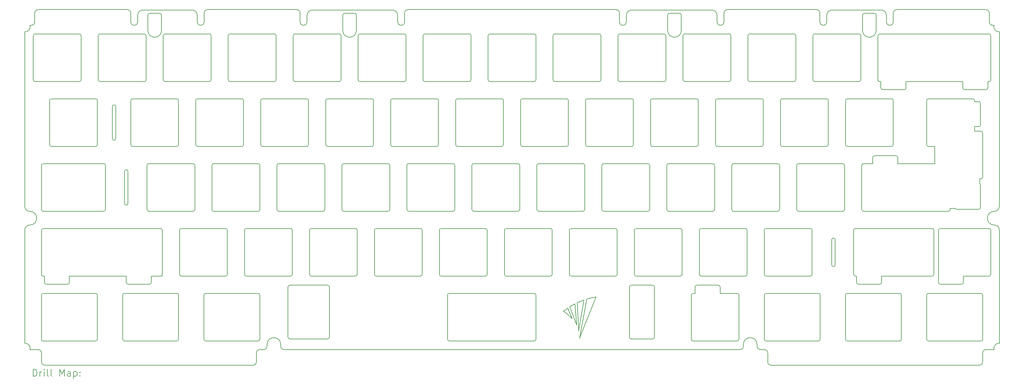
<source format=gbr>
%TF.GenerationSoftware,KiCad,Pcbnew,(6.0.9)*%
%TF.CreationDate,2023-01-27T09:49:58+02:00*%
%TF.ProjectId,arc60_plate_gerbers,61726336-305f-4706-9c61-74655f676572,rev?*%
%TF.SameCoordinates,Original*%
%TF.FileFunction,Drillmap*%
%TF.FilePolarity,Positive*%
%FSLAX45Y45*%
G04 Gerber Fmt 4.5, Leading zero omitted, Abs format (unit mm)*
G04 Created by KiCad (PCBNEW (6.0.9)) date 2023-01-27 09:49:58*
%MOMM*%
%LPD*%
G01*
G04 APERTURE LIST*
%ADD10C,0.200000*%
G04 APERTURE END LIST*
D10*
X1626576Y-2093122D02*
X2926576Y-2093122D01*
X1626576Y-2093122D02*
G75*
G03*
X1576576Y-2143122I0J-50000D01*
G01*
X1576576Y-3443122D02*
X1576576Y-2143122D01*
X1576576Y-3443122D02*
G75*
G03*
X1626576Y-3493122I50000J0D01*
G01*
X2926576Y-3493122D02*
X1626576Y-3493122D01*
X2926576Y-3493122D02*
G75*
G03*
X2976576Y-3443122I0J50000D01*
G01*
X2976576Y-2143122D02*
X2976576Y-3443122D01*
X2976576Y-2143122D02*
G75*
G03*
X2926576Y-2093122I-50000J0D01*
G01*
X10199046Y-3998122D02*
X11499046Y-3998122D01*
X10199046Y-3998122D02*
G75*
G03*
X10149046Y-4048122I0J-50000D01*
G01*
X10149046Y-5348122D02*
X10149046Y-4048122D01*
X10149046Y-5348122D02*
G75*
G03*
X10199046Y-5398122I50000J0D01*
G01*
X11499046Y-5398122D02*
X10199046Y-5398122D01*
X11499046Y-5398122D02*
G75*
G03*
X11549046Y-5348122I0J50000D01*
G01*
X11549046Y-4048122D02*
X11549046Y-5348122D01*
X11549046Y-4048122D02*
G75*
G03*
X11499046Y-3998122I-50000J0D01*
G01*
X26923361Y-5723072D02*
X26923361Y-5903135D01*
X26923356Y-5723072D02*
G75*
G03*
X26870861Y-5670572I-52500J0D01*
G01*
X26240861Y-5670572D02*
X26870861Y-5670572D01*
X26240861Y-5670567D02*
G75*
G03*
X26188361Y-5723072I5J-52505D01*
G01*
X26188361Y-5903145D02*
X26188361Y-5723072D01*
X25917778Y-5902995D02*
X26188361Y-5903145D01*
X25915338Y-5903062D02*
X25917778Y-5902995D01*
X25912903Y-5903200D02*
X25915338Y-5903062D01*
X25911689Y-5903301D02*
X25912903Y-5903200D01*
X25910476Y-5903425D02*
X25911689Y-5903301D01*
X25909274Y-5903573D02*
X25910476Y-5903425D01*
X25908076Y-5903747D02*
X25909274Y-5903573D01*
X25906881Y-5903946D02*
X25908076Y-5903747D01*
X25905690Y-5904170D02*
X25906881Y-5903946D01*
X25904504Y-5904420D02*
X25905690Y-5904170D01*
X25903324Y-5904696D02*
X25904504Y-5904420D01*
X25902151Y-5904998D02*
X25903324Y-5904696D01*
X25900984Y-5905326D02*
X25902151Y-5904998D01*
X25899826Y-5905680D02*
X25900984Y-5905326D01*
X25898676Y-5906060D02*
X25899826Y-5905680D01*
X25897536Y-5906467D02*
X25898676Y-5906060D01*
X25896406Y-5906900D02*
X25897536Y-5906467D01*
X25895287Y-5907359D02*
X25896406Y-5906900D01*
X25894179Y-5907846D02*
X25895287Y-5907359D01*
X25893084Y-5908359D02*
X25894179Y-5907846D01*
X25892002Y-5908899D02*
X25893084Y-5908359D01*
X25890939Y-5909464D02*
X25892002Y-5908899D01*
X25889891Y-5910054D02*
X25890939Y-5909464D01*
X25888857Y-5910671D02*
X25889891Y-5910054D01*
X25887838Y-5911314D02*
X25888857Y-5910671D01*
X25886836Y-5911982D02*
X25887838Y-5911314D01*
X25885850Y-5912675D02*
X25886836Y-5911982D01*
X25884882Y-5913392D02*
X25885850Y-5912675D01*
X25883931Y-5914134D02*
X25884882Y-5913392D01*
X25882999Y-5914899D02*
X25883931Y-5914134D01*
X25882086Y-5915688D02*
X25882999Y-5914899D01*
X25881192Y-5916500D02*
X25882086Y-5915688D01*
X25880319Y-5917335D02*
X25881192Y-5916500D01*
X25879466Y-5918192D02*
X25880319Y-5917335D01*
X25878635Y-5919071D02*
X25879466Y-5918192D01*
X25877825Y-5919971D02*
X25878635Y-5919071D01*
X25877038Y-5920893D02*
X25877825Y-5919971D01*
X25876346Y-5921746D02*
X25877038Y-5920893D01*
X25875672Y-5922615D02*
X25876346Y-5921746D01*
X25875018Y-5923500D02*
X25875672Y-5922615D01*
X25874383Y-5924400D02*
X25875018Y-5923500D01*
X25873768Y-5925314D02*
X25874383Y-5924400D01*
X25873172Y-5926243D02*
X25873768Y-5925314D01*
X25872597Y-5927184D02*
X25873172Y-5926243D01*
X25872042Y-5928139D02*
X25872597Y-5927184D01*
X25871508Y-5929105D02*
X25872042Y-5928139D01*
X25870994Y-5930082D02*
X25871508Y-5929105D01*
X25870501Y-5931070D02*
X25870994Y-5930082D01*
X25870029Y-5932069D02*
X25870501Y-5931070D01*
X25869578Y-5933076D02*
X25870029Y-5932069D01*
X25869149Y-5934092D02*
X25869578Y-5933076D01*
X25868741Y-5935117D02*
X25869149Y-5934092D01*
X25868355Y-5936149D02*
X25868741Y-5935117D01*
X25867991Y-5937187D02*
X25868355Y-5936149D01*
X25867649Y-5938232D02*
X25867991Y-5937187D01*
X25867329Y-5939282D02*
X25867649Y-5938232D01*
X25867032Y-5940338D02*
X25867329Y-5939282D01*
X25866758Y-5941397D02*
X25867032Y-5940338D01*
X25866506Y-5942460D02*
X25866758Y-5941397D01*
X25866278Y-5943526D02*
X25866506Y-5942460D01*
X25866072Y-5944595D02*
X25866278Y-5943526D01*
X25865891Y-5945665D02*
X25866072Y-5944595D01*
X25865733Y-5946736D02*
X25865891Y-5945665D01*
X25865598Y-5947807D02*
X25865733Y-5946736D01*
X25865488Y-5948879D02*
X25865598Y-5947807D01*
X25865402Y-5949949D02*
X25865488Y-5948879D01*
X25865340Y-5951018D02*
X25865402Y-5949949D01*
X25865303Y-5952085D02*
X25865340Y-5951018D01*
X25865290Y-5953149D02*
X25865303Y-5952085D01*
X25865290Y-7253149D02*
X25865290Y-5953149D01*
X25865289Y-7253149D02*
G75*
G03*
X25915290Y-7303149I49997J-3D01*
G01*
X28405811Y-7303122D02*
X25915290Y-7303149D01*
X28405811Y-7303127D02*
G75*
G03*
X28455811Y-7253122I-5J50005D01*
G01*
X28455811Y-7218099D02*
X28455811Y-7253122D01*
X28594661Y-7218099D02*
X28455811Y-7218099D01*
X28594664Y-7218096D02*
G75*
G03*
X28640811Y-7245572I46152J25025D01*
G01*
X29295915Y-7245572D02*
X28640811Y-7245572D01*
X29295915Y-7245571D02*
G75*
G03*
X29345915Y-7195572I1J49999D01*
G01*
X29345915Y-6535599D02*
X29345915Y-7195572D01*
X29345918Y-6535599D02*
G75*
G03*
X29323311Y-6492442I-52502J-3D01*
G01*
X29323311Y-6350599D02*
X29323311Y-6492442D01*
X29358415Y-6350599D02*
X29323311Y-6350599D01*
X29358415Y-6350601D02*
G75*
G03*
X29408415Y-6300599I1J49999D01*
G01*
X29408415Y-5000699D02*
X29408415Y-6300599D01*
X29408419Y-5000699D02*
G75*
G03*
X29358415Y-4950699I-50003J-3D01*
G01*
X29170261Y-4950699D02*
X29358415Y-4950699D01*
X29170261Y-4818199D02*
X29170261Y-4950699D01*
X29293415Y-4818199D02*
X29170261Y-4818199D01*
X29293415Y-4818201D02*
G75*
G03*
X29345915Y-4765699I1J52499D01*
G01*
X29345915Y-4135699D02*
X29345915Y-4765699D01*
X29345919Y-4135699D02*
G75*
G03*
X29293415Y-4083199I-52503J-3D01*
G01*
X29170261Y-4083199D02*
X29293415Y-4083199D01*
X29170261Y-4048122D02*
X29170261Y-4083199D01*
X29170256Y-4048122D02*
G75*
G03*
X29120261Y-3998122I-50000J0D01*
G01*
X27820261Y-3998122D02*
X29120261Y-3998122D01*
X27820261Y-3998117D02*
G75*
G03*
X27770261Y-4048122I5J-50005D01*
G01*
X27770261Y-5348122D02*
X27770261Y-4048122D01*
X27770266Y-5348122D02*
G75*
G03*
X27820261Y-5398122I50000J0D01*
G01*
X28008485Y-5398122D02*
X27820261Y-5398122D01*
X28008485Y-5903123D02*
X28008485Y-5398122D01*
X26923361Y-5903135D02*
X28008485Y-5903123D01*
X14961576Y-2093122D02*
X16261576Y-2093122D01*
X14961576Y-2093122D02*
G75*
G03*
X14911576Y-2143122I0J-50000D01*
G01*
X14911576Y-3443122D02*
X14911576Y-2143122D01*
X14911576Y-3443122D02*
G75*
G03*
X14961576Y-3493122I50000J0D01*
G01*
X16261576Y-3493122D02*
X14961576Y-3493122D01*
X16261576Y-3493122D02*
G75*
G03*
X16311576Y-3443122I0J50000D01*
G01*
X16311576Y-2143122D02*
X16311576Y-3443122D01*
X16311576Y-2143122D02*
G75*
G03*
X16261576Y-2093122I-50000J0D01*
G01*
X23534046Y-3998122D02*
X24834046Y-3998122D01*
X23534046Y-3998122D02*
G75*
G03*
X23484046Y-4048122I0J-50000D01*
G01*
X23484046Y-5348122D02*
X23484046Y-4048122D01*
X23484046Y-5348122D02*
G75*
G03*
X23534046Y-5398122I50000J0D01*
G01*
X24834046Y-5398122D02*
X23534046Y-5398122D01*
X24834046Y-5398122D02*
G75*
G03*
X24884046Y-5348122I0J50000D01*
G01*
X24884046Y-4048122D02*
X24884046Y-5348122D01*
X24884046Y-4048122D02*
G75*
G03*
X24834046Y-3998122I-50000J0D01*
G01*
X15914046Y-3998122D02*
X17214046Y-3998122D01*
X15914046Y-3998122D02*
G75*
G03*
X15864046Y-4048122I0J-50000D01*
G01*
X15864046Y-5348122D02*
X15864046Y-4048122D01*
X15864046Y-5348122D02*
G75*
G03*
X15914046Y-5398122I50000J0D01*
G01*
X17214046Y-5398122D02*
X15914046Y-5398122D01*
X17214046Y-5398122D02*
G75*
G03*
X17264046Y-5348122I0J50000D01*
G01*
X17264046Y-4048122D02*
X17264046Y-5348122D01*
X17264046Y-4048122D02*
G75*
G03*
X17214046Y-3998122I-50000J0D01*
G01*
X4982151Y-9445572D02*
X4352151Y-9445572D01*
X4982151Y-9445577D02*
G75*
G03*
X5034651Y-9393072I-5J52505D01*
G01*
X5034651Y-9208085D02*
X5034651Y-9393072D01*
X5305365Y-9208230D02*
X5034651Y-9208085D01*
X5307786Y-9208163D02*
X5305365Y-9208230D01*
X5310201Y-9208026D02*
X5307786Y-9208163D01*
X5311407Y-9207926D02*
X5310201Y-9208026D01*
X5312610Y-9207802D02*
X5311407Y-9207926D01*
X5313816Y-9207653D02*
X5312610Y-9207802D01*
X5315020Y-9207478D02*
X5313816Y-9207653D01*
X5316220Y-9207278D02*
X5315020Y-9207478D01*
X5317416Y-9207052D02*
X5316220Y-9207278D01*
X5318607Y-9206799D02*
X5317416Y-9207052D01*
X5319792Y-9206521D02*
X5318607Y-9206799D01*
X5320970Y-9206216D02*
X5319792Y-9206521D01*
X5322141Y-9205885D02*
X5320970Y-9206216D01*
X5323304Y-9205528D02*
X5322141Y-9205885D01*
X5324458Y-9205144D02*
X5323304Y-9205528D01*
X5325603Y-9204733D02*
X5324458Y-9205144D01*
X5326737Y-9204296D02*
X5325603Y-9204733D01*
X5327860Y-9203832D02*
X5326737Y-9204296D01*
X5328972Y-9203341D02*
X5327860Y-9203832D01*
X5330071Y-9202823D02*
X5328972Y-9203341D01*
X5331156Y-9202278D02*
X5330071Y-9202823D01*
X5332219Y-9201711D02*
X5331156Y-9202278D01*
X5333268Y-9201117D02*
X5332219Y-9201711D01*
X5334301Y-9200497D02*
X5333268Y-9201117D01*
X5335319Y-9199852D02*
X5334301Y-9200497D01*
X5336321Y-9199181D02*
X5335319Y-9199852D01*
X5337306Y-9198485D02*
X5336321Y-9199181D01*
X5338274Y-9197765D02*
X5337306Y-9198485D01*
X5339224Y-9197021D02*
X5338274Y-9197765D01*
X5340155Y-9196252D02*
X5339224Y-9197021D01*
X5341068Y-9195461D02*
X5340155Y-9196252D01*
X5341960Y-9194646D02*
X5341068Y-9195461D01*
X5342833Y-9193808D02*
X5341960Y-9194646D01*
X5343684Y-9192949D02*
X5342833Y-9193808D01*
X5344514Y-9192067D02*
X5343684Y-9192949D01*
X5345323Y-9191164D02*
X5344514Y-9192067D01*
X5346108Y-9190239D02*
X5345323Y-9191164D01*
X5346796Y-9189388D02*
X5346108Y-9190239D01*
X5347466Y-9188520D02*
X5346796Y-9189388D01*
X5348116Y-9187637D02*
X5347466Y-9188520D01*
X5348746Y-9186738D02*
X5348116Y-9187637D01*
X5349357Y-9185826D02*
X5348746Y-9186738D01*
X5349948Y-9184899D02*
X5349357Y-9185826D01*
X5350520Y-9183960D02*
X5349948Y-9184899D01*
X5351071Y-9183007D02*
X5350520Y-9183960D01*
X5351602Y-9182044D02*
X5351071Y-9183007D01*
X5352112Y-9181068D02*
X5351602Y-9182044D01*
X5352602Y-9180083D02*
X5352112Y-9181068D01*
X5353070Y-9179087D02*
X5352602Y-9180083D01*
X5353518Y-9178082D02*
X5353070Y-9179087D01*
X5353944Y-9177069D02*
X5353518Y-9178082D01*
X5354349Y-9176047D02*
X5353944Y-9177069D01*
X5354733Y-9175019D02*
X5354349Y-9176047D01*
X5355094Y-9173983D02*
X5354733Y-9175019D01*
X5355434Y-9172941D02*
X5355094Y-9173983D01*
X5355751Y-9171894D02*
X5355434Y-9172941D01*
X5356046Y-9170843D02*
X5355751Y-9171894D01*
X5356319Y-9169787D02*
X5356046Y-9170843D01*
X5356568Y-9168727D02*
X5356319Y-9169787D01*
X5356795Y-9167665D02*
X5356568Y-9168727D01*
X5356999Y-9166600D02*
X5356795Y-9167665D01*
X5357179Y-9165534D02*
X5356999Y-9166600D01*
X5357336Y-9164466D02*
X5357179Y-9165534D01*
X5357470Y-9163399D02*
X5357336Y-9164466D01*
X5357579Y-9162332D02*
X5357470Y-9163399D01*
X5357665Y-9161265D02*
X5357579Y-9162332D01*
X5357726Y-9160201D02*
X5357665Y-9161265D01*
X5357763Y-9159138D02*
X5357726Y-9160201D01*
X5357775Y-9158079D02*
X5357763Y-9159138D01*
X5357775Y-7858079D02*
X5357775Y-9158079D01*
X5357779Y-7858079D02*
G75*
G03*
X5307775Y-7808079I-50003J-3D01*
G01*
X1864650Y-7808079D02*
X5307775Y-7808079D01*
X1864650Y-7808079D02*
G75*
G03*
X1814650Y-7858079I0J-50000D01*
G01*
X1814650Y-9158079D02*
X1814650Y-7858079D01*
X1814650Y-9158079D02*
G75*
G03*
X1864650Y-9208079I50000J0D01*
G01*
X1899701Y-9208080D02*
X1864650Y-9208079D01*
X1899701Y-9393072D02*
X1899701Y-9208080D01*
X1899701Y-9393072D02*
G75*
G03*
X1952201Y-9445572I52500J0D01*
G01*
X2582201Y-9445572D02*
X1952201Y-9445572D01*
X2582201Y-9445577D02*
G75*
G03*
X2634701Y-9393072I-5J52505D01*
G01*
X2634701Y-9208094D02*
X2634701Y-9393072D01*
X4299651Y-9208096D02*
X2634701Y-9208094D01*
X4299651Y-9393072D02*
X4299651Y-9208096D01*
X4299656Y-9393072D02*
G75*
G03*
X4352151Y-9445572I52500J0D01*
G01*
X28794611Y-9445572D02*
X28164611Y-9445572D01*
X28794611Y-9445577D02*
G75*
G03*
X28847111Y-9393072I-5J52505D01*
G01*
X28847111Y-9208122D02*
X28847111Y-9393072D01*
X29596546Y-9208122D02*
X28847111Y-9208122D01*
X29596546Y-9208122D02*
G75*
G03*
X29646546Y-9158122I0J50000D01*
G01*
X29646546Y-7858122D02*
X29646546Y-9158122D01*
X29646546Y-7858122D02*
G75*
G03*
X29596546Y-7808122I-50000J0D01*
G01*
X28162111Y-7808122D02*
X29596546Y-7808122D01*
X28162111Y-7808117D02*
G75*
G03*
X28112111Y-7858122I5J-50005D01*
G01*
X28112111Y-9393072D02*
X28112111Y-7858122D01*
X28112116Y-9393072D02*
G75*
G03*
X28164611Y-9445572I52500J0D01*
G01*
X3893425Y-5168082D02*
X3893425Y-4228162D01*
X3893425Y-5168082D02*
G75*
G03*
X3993425Y-5168082I50000J0D01*
G01*
X3993425Y-4228162D02*
X3993425Y-5168082D01*
X3993425Y-4228162D02*
G75*
G03*
X3893425Y-4228162I-50000J0D01*
G01*
X11627796Y-7808122D02*
X12927796Y-7808122D01*
X11627796Y-7808122D02*
G75*
G03*
X11577796Y-7858122I0J-50000D01*
G01*
X11577796Y-9158122D02*
X11577796Y-7858122D01*
X11577796Y-9158122D02*
G75*
G03*
X11627796Y-9208122I50000J0D01*
G01*
X12927796Y-9208122D02*
X11627796Y-9208122D01*
X12927796Y-9208122D02*
G75*
G03*
X12977796Y-9158122I0J50000D01*
G01*
X12977796Y-7858122D02*
X12977796Y-9158122D01*
X12977796Y-7858122D02*
G75*
G03*
X12927796Y-7808122I-50000J0D01*
G01*
X4484046Y-3998122D02*
X5784046Y-3998122D01*
X4484046Y-3998122D02*
G75*
G03*
X4434046Y-4048122I0J-50000D01*
G01*
X4434046Y-5348122D02*
X4434046Y-4048122D01*
X4434046Y-5348122D02*
G75*
G03*
X4484046Y-5398122I50000J0D01*
G01*
X5784046Y-5398122D02*
X4484046Y-5398122D01*
X5784046Y-5398122D02*
G75*
G03*
X5834046Y-5348122I0J50000D01*
G01*
X5834046Y-4048122D02*
X5834046Y-5348122D01*
X5834046Y-4048122D02*
G75*
G03*
X5784046Y-3998122I-50000J0D01*
G01*
X19247796Y-7808122D02*
X20547796Y-7808122D01*
X19247796Y-7808122D02*
G75*
G03*
X19197796Y-7858122I0J-50000D01*
G01*
X19197796Y-9158122D02*
X19197796Y-7858122D01*
X19197796Y-9158122D02*
G75*
G03*
X19247796Y-9208122I50000J0D01*
G01*
X20547796Y-9208122D02*
X19247796Y-9208122D01*
X20547796Y-9208122D02*
G75*
G03*
X20597796Y-9158122I0J50000D01*
G01*
X20597796Y-7858122D02*
X20597796Y-9158122D01*
X20597796Y-7858122D02*
G75*
G03*
X20547796Y-7808122I-50000J0D01*
G01*
X17342796Y-7808122D02*
X18642796Y-7808122D01*
X17342796Y-7808122D02*
G75*
G03*
X17292796Y-7858122I0J-50000D01*
G01*
X17292796Y-9158122D02*
X17292796Y-7858122D01*
X17292796Y-9158122D02*
G75*
G03*
X17342796Y-9208122I50000J0D01*
G01*
X18642796Y-9208122D02*
X17342796Y-9208122D01*
X18642796Y-9208122D02*
G75*
G03*
X18692796Y-9158122I0J50000D01*
G01*
X18692796Y-7858122D02*
X18692796Y-9158122D01*
X18692796Y-7858122D02*
G75*
G03*
X18642796Y-7808122I-50000J0D01*
G01*
X3531576Y-2093122D02*
X4831576Y-2093122D01*
X3531576Y-2093122D02*
G75*
G03*
X3481576Y-2143122I0J-50000D01*
G01*
X3481576Y-3443122D02*
X3481576Y-2143122D01*
X3481576Y-3443122D02*
G75*
G03*
X3531576Y-3493122I50000J0D01*
G01*
X4831576Y-3493122D02*
X3531576Y-3493122D01*
X4831576Y-3493122D02*
G75*
G03*
X4881576Y-3443122I0J50000D01*
G01*
X4881576Y-2143122D02*
X4881576Y-3443122D01*
X4881576Y-2143122D02*
G75*
G03*
X4831576Y-2093122I-50000J0D01*
G01*
X18771576Y-2093122D02*
X20071576Y-2093122D01*
X18771576Y-2093122D02*
G75*
G03*
X18721576Y-2143122I0J-50000D01*
G01*
X18721576Y-3443122D02*
X18721576Y-2143122D01*
X18721576Y-3443122D02*
G75*
G03*
X18771576Y-3493122I50000J0D01*
G01*
X20071576Y-3493122D02*
X18771576Y-3493122D01*
X20071576Y-3493122D02*
G75*
G03*
X20121576Y-3443122I0J50000D01*
G01*
X20121576Y-2143122D02*
X20121576Y-3443122D01*
X20121576Y-2143122D02*
G75*
G03*
X20071576Y-2093122I-50000J0D01*
G01*
X3690896Y-5953122D02*
G75*
G03*
X3640901Y-5903122I-50000J0D01*
G01*
X1864702Y-5903122D02*
X3640901Y-5903122D01*
X1864702Y-5903122D02*
G75*
G03*
X1814702Y-5953122I0J-50000D01*
G01*
X1814702Y-7253122D02*
X1814702Y-5953122D01*
X1814702Y-7253122D02*
G75*
G03*
X1864702Y-7303122I50000J0D01*
G01*
X3640901Y-7303122D02*
X1864702Y-7303122D01*
X3640901Y-7303127D02*
G75*
G03*
X3690901Y-7253122I-5J50005D01*
G01*
X3690901Y-5953122D02*
X3690901Y-7253122D01*
X26341626Y-3445351D02*
X26341589Y-3444231D01*
X26341689Y-3446478D02*
X26341626Y-3445351D01*
X26341779Y-3447614D02*
X26341689Y-3446478D01*
X26341895Y-3448757D02*
X26341779Y-3447614D01*
X26342039Y-3449906D02*
X26341895Y-3448757D01*
X26342211Y-3451061D02*
X26342039Y-3449906D01*
X26342411Y-3452220D02*
X26342211Y-3451061D01*
X26342640Y-3453382D02*
X26342411Y-3452220D01*
X26342899Y-3454547D02*
X26342640Y-3453382D01*
X26343188Y-3455713D02*
X26342899Y-3454547D01*
X26343506Y-3456879D02*
X26343188Y-3455713D01*
X26343855Y-3458045D02*
X26343506Y-3456879D01*
X26344235Y-3459209D02*
X26343855Y-3458045D01*
X26344646Y-3460370D02*
X26344235Y-3459209D01*
X26345087Y-3461526D02*
X26344646Y-3460370D01*
X26345559Y-3462677D02*
X26345087Y-3461526D01*
X26346063Y-3463822D02*
X26345559Y-3462677D01*
X26346597Y-3464959D02*
X26346063Y-3463822D01*
X26347162Y-3466086D02*
X26346597Y-3464959D01*
X26347758Y-3467204D02*
X26347162Y-3466086D01*
X26348384Y-3468310D02*
X26347758Y-3467204D01*
X26349041Y-3469403D02*
X26348384Y-3468310D01*
X26349727Y-3470482D02*
X26349041Y-3469403D01*
X26350442Y-3471546D02*
X26349727Y-3470482D01*
X26351186Y-3472594D02*
X26350442Y-3471546D01*
X26351959Y-3473625D02*
X26351186Y-3472594D01*
X26352759Y-3474636D02*
X26351959Y-3473625D01*
X26353586Y-3475629D02*
X26352759Y-3474636D01*
X26354439Y-3476600D02*
X26353586Y-3475629D01*
X26355318Y-3477550D02*
X26354439Y-3476600D01*
X26356221Y-3478477D02*
X26355318Y-3477550D01*
X26357148Y-3479380D02*
X26356221Y-3478477D01*
X26358098Y-3480259D02*
X26357148Y-3479380D01*
X26359069Y-3481112D02*
X26358098Y-3480259D01*
X26360061Y-3481939D02*
X26359069Y-3481112D01*
X26361073Y-3482739D02*
X26360061Y-3481939D01*
X26362104Y-3483512D02*
X26361073Y-3482739D01*
X26363152Y-3484256D02*
X26362104Y-3483512D01*
X26364216Y-3484971D02*
X26363152Y-3484256D01*
X26365295Y-3485657D02*
X26364216Y-3484971D01*
X26366388Y-3486314D02*
X26365295Y-3485657D01*
X26367494Y-3486940D02*
X26366388Y-3486314D01*
X26368612Y-3487536D02*
X26367494Y-3486940D01*
X26369739Y-3488101D02*
X26368612Y-3487536D01*
X26370876Y-3488635D02*
X26369739Y-3488101D01*
X26372020Y-3489139D02*
X26370876Y-3488635D01*
X26373172Y-3489611D02*
X26372020Y-3489139D01*
X26374328Y-3490052D02*
X26373172Y-3489611D01*
X26375489Y-3490463D02*
X26374328Y-3490052D01*
X26376653Y-3490842D02*
X26375489Y-3490463D01*
X26377818Y-3491191D02*
X26376653Y-3490842D01*
X26378985Y-3491510D02*
X26377818Y-3491191D01*
X26380151Y-3491799D02*
X26378985Y-3491510D01*
X26381316Y-3492057D02*
X26380151Y-3491799D01*
X26382478Y-3492287D02*
X26381316Y-3492057D01*
X26383637Y-3492487D02*
X26382478Y-3492287D01*
X26384792Y-3492659D02*
X26383637Y-3492487D01*
X26385941Y-3492803D02*
X26384792Y-3492659D01*
X26387084Y-3492919D02*
X26385941Y-3492803D01*
X26388219Y-3493009D02*
X26387084Y-3492919D01*
X26389347Y-3493072D02*
X26388219Y-3493009D01*
X26390467Y-3493109D02*
X26389347Y-3493072D01*
X26426611Y-3493122D02*
X26390467Y-3493109D01*
X26426611Y-3678122D02*
X26426611Y-3493122D01*
X26426616Y-3678122D02*
G75*
G03*
X26479111Y-3730622I52500J0D01*
G01*
X27109111Y-3730622D02*
X26479111Y-3730622D01*
X27109111Y-3730627D02*
G75*
G03*
X27161611Y-3678122I-5J52505D01*
G01*
X27161611Y-3493122D02*
X27161611Y-3678122D01*
X28826511Y-3493122D02*
X27161611Y-3493122D01*
X28826511Y-3678122D02*
X28826511Y-3493122D01*
X28826516Y-3678122D02*
G75*
G03*
X28879011Y-3730622I52500J0D01*
G01*
X29509011Y-3730622D02*
X28879011Y-3730622D01*
X29509011Y-3730627D02*
G75*
G03*
X29561511Y-3678122I-5J52505D01*
G01*
X29561511Y-3493122D02*
X29561511Y-3678122D01*
X29596576Y-3493122D02*
X29561511Y-3493122D01*
X29596576Y-3493122D02*
G75*
G03*
X29646576Y-3443122I0J50000D01*
G01*
X29646576Y-2143122D02*
X29646576Y-3443122D01*
X29646576Y-2143122D02*
G75*
G03*
X29596576Y-2093122I-50000J0D01*
G01*
X26391599Y-2093115D02*
X29596576Y-2093122D01*
X26391599Y-2093114D02*
G75*
G03*
X26341599Y-2143115I-2J-49998D01*
G01*
X26341589Y-3444231D02*
X26341599Y-2143115D01*
X25439111Y-9713122D02*
X26977190Y-9713122D01*
X25439111Y-9713117D02*
G75*
G03*
X25389111Y-9763122I5J-50005D01*
G01*
X25389111Y-11063122D02*
X25389111Y-9763122D01*
X25389116Y-11063122D02*
G75*
G03*
X25439111Y-11113122I50000J0D01*
G01*
X26977190Y-11113122D02*
X25439111Y-11113122D01*
X26977190Y-11113126D02*
G75*
G03*
X27027190Y-11063122I-4J50004D01*
G01*
X27027190Y-9763122D02*
X27027190Y-11063122D01*
X27027186Y-9763122D02*
G75*
G03*
X26977190Y-9713122I-50000J0D01*
G01*
X20676576Y-2093122D02*
X21976576Y-2093122D01*
X20676576Y-2093122D02*
G75*
G03*
X20626576Y-2143122I0J-50000D01*
G01*
X20626576Y-3443122D02*
X20626576Y-2143122D01*
X20626576Y-3443122D02*
G75*
G03*
X20676576Y-3493122I50000J0D01*
G01*
X21976576Y-3493122D02*
X20676576Y-3493122D01*
X21976576Y-3493122D02*
G75*
G03*
X22026576Y-3443122I0J50000D01*
G01*
X22026576Y-2143122D02*
X22026576Y-3443122D01*
X22026576Y-2143122D02*
G75*
G03*
X21976576Y-2093122I-50000J0D01*
G01*
X11049102Y-1540622D02*
X11049102Y-1990622D01*
X11049106Y-1540622D02*
G75*
G03*
X10999102Y-1490622I-50000J0D01*
G01*
X10699102Y-1490622D02*
X10999102Y-1490622D01*
X10699102Y-1490618D02*
G75*
G03*
X10649102Y-1540622I4J-50004D01*
G01*
X10649102Y-1990622D02*
X10649102Y-1540622D01*
X10649102Y-1990622D02*
G75*
G03*
X11049102Y-1990622I200000J0D01*
G01*
X29899061Y-11179710D02*
G75*
G03*
X29740109Y-11365607I-13465J-149392D01*
G01*
X29508390Y-11365607D02*
X29740109Y-11365607D01*
X29508390Y-11365616D02*
G75*
G03*
X29408390Y-11465607I-4J-99996D01*
G01*
X29408390Y-11725622D02*
X29408390Y-11465607D01*
X29308390Y-11825626D02*
G75*
G03*
X29408390Y-11725622I-4J100004D01*
G01*
X23207873Y-11825622D02*
X29308390Y-11825622D01*
X23107906Y-11725622D02*
G75*
G03*
X23207873Y-11825622I100000J0D01*
G01*
X23107914Y-11465622D02*
X23107914Y-11725622D01*
X23107916Y-11465622D02*
G75*
G03*
X23007914Y-11365622I-100000J0D01*
G01*
X22894586Y-11365622D02*
X23007914Y-11365622D01*
X22794586Y-11265622D02*
G75*
G03*
X22894586Y-11365622I100000J0D01*
G01*
X22794586Y-11215622D02*
X22794586Y-11265622D01*
X22794586Y-11215622D02*
G75*
G03*
X22394586Y-11215622I-200000J0D01*
G01*
X22394586Y-11265622D02*
X22394586Y-11215622D01*
X22294586Y-11365621D02*
G75*
G03*
X22394586Y-11265622I1J99999D01*
G01*
X8928619Y-11365622D02*
X22294586Y-11365622D01*
X8828616Y-11265622D02*
G75*
G03*
X8928619Y-11365622I100000J0D01*
G01*
X8828619Y-11215622D02*
X8828619Y-11265622D01*
X8828619Y-11215622D02*
G75*
G03*
X8428619Y-11215622I-200000J0D01*
G01*
X8428619Y-11265622D02*
X8428619Y-11215622D01*
X8328619Y-11365624D02*
G75*
G03*
X8428619Y-11265622I-3J100003D01*
G01*
X8215290Y-11365622D02*
X8328619Y-11365622D01*
X8215290Y-11365626D02*
G75*
G03*
X8115290Y-11465622I-4J-99996D01*
G01*
X8115290Y-11725622D02*
X8115290Y-11465622D01*
X8015298Y-11825616D02*
G75*
G03*
X8115290Y-11725622I-1J99994D01*
G01*
X1914702Y-11825622D02*
X8015298Y-11825622D01*
X1814702Y-11725622D02*
G75*
G03*
X1914702Y-11825622I100000J0D01*
G01*
X1814702Y-11465622D02*
X1814702Y-11725622D01*
X1814702Y-11465622D02*
G75*
G03*
X1714702Y-11365622I-100000J0D01*
G01*
X1483025Y-11365622D02*
X1714702Y-11365622D01*
X1483025Y-11365622D02*
G75*
G03*
X1324076Y-11179711I-145488J36516D01*
G01*
X1324076Y-7855596D02*
X1324076Y-11179711D01*
X1474076Y-7705596D02*
G75*
G03*
X1324076Y-7855596I0J-150000D01*
G01*
X1474076Y-7705596D02*
G75*
G03*
X1474076Y-7305596I0J200000D01*
G01*
X1324076Y-7155596D02*
G75*
G03*
X1474076Y-7305596I150000J0D01*
G01*
X1324076Y-2031513D02*
X1324076Y-7155596D01*
X1324076Y-2031513D02*
G75*
G03*
X1481676Y-1840596I13461J149395D01*
G01*
X1519076Y-1840596D02*
X1481676Y-1840596D01*
X1519076Y-1840596D02*
G75*
G03*
X1619076Y-1740596I0J100000D01*
G01*
X1619076Y-1480622D02*
X1619076Y-1740596D01*
X1719076Y-1380622D02*
G75*
G03*
X1619076Y-1480622I0J-100000D01*
G01*
X4334102Y-1380622D02*
X1719076Y-1380622D01*
X4434106Y-1480622D02*
G75*
G03*
X4334102Y-1380622I-100000J0D01*
G01*
X4434102Y-1740622D02*
X4434102Y-1480622D01*
X4434102Y-1740622D02*
G75*
G03*
X4634102Y-1740622I100000J0D01*
G01*
X4634102Y-1550622D02*
X4634102Y-1740622D01*
X4794102Y-1390618D02*
G75*
G03*
X4634102Y-1550622I4J-160004D01*
G01*
X6224089Y-1390622D02*
X4794102Y-1390622D01*
X6384086Y-1550622D02*
G75*
G03*
X6224089Y-1390622I-160000J0D01*
G01*
X6384089Y-1740622D02*
X6384089Y-1550622D01*
X6384089Y-1740622D02*
G75*
G03*
X6584089Y-1740622I100000J0D01*
G01*
X6584089Y-1480622D02*
X6584089Y-1740622D01*
X6684089Y-1380625D02*
G75*
G03*
X6584089Y-1480622I-3J-99997D01*
G01*
X9299115Y-1380622D02*
X6684089Y-1380622D01*
X9399116Y-1480622D02*
G75*
G03*
X9299115Y-1380622I-100000J0D01*
G01*
X9399115Y-1740622D02*
X9399115Y-1480622D01*
X9399115Y-1740622D02*
G75*
G03*
X9599115Y-1740622I100000J0D01*
G01*
X9599115Y-1550622D02*
X9599115Y-1740622D01*
X9759115Y-1390621D02*
G75*
G03*
X9599115Y-1550622I1J-160001D01*
G01*
X12101305Y-1390622D02*
X9759115Y-1390622D01*
X12261306Y-1550622D02*
G75*
G03*
X12101305Y-1390622I-160000J0D01*
G01*
X12261305Y-1740622D02*
X12261305Y-1550622D01*
X12261305Y-1740622D02*
G75*
G03*
X12461305Y-1740622I100000J0D01*
G01*
X12461305Y-1480622D02*
X12461305Y-1740622D01*
X12561305Y-1380620D02*
G75*
G03*
X12461305Y-1480622I2J-100002D01*
G01*
X18661900Y-1380622D02*
X12561305Y-1380622D01*
X18761896Y-1480622D02*
G75*
G03*
X18661900Y-1380622I-100000J0D01*
G01*
X18761900Y-1740622D02*
X18761900Y-1480622D01*
X18761900Y-1740622D02*
G75*
G03*
X18961900Y-1740622I100000J0D01*
G01*
X18961900Y-1550622D02*
X18961900Y-1740622D01*
X19121900Y-1390625D02*
G75*
G03*
X18961900Y-1550622I-4J-159996D01*
G01*
X21464098Y-1390622D02*
X19121900Y-1390622D01*
X21624096Y-1550622D02*
G75*
G03*
X21464098Y-1390622I-160000J0D01*
G01*
X21624098Y-1740622D02*
X21624098Y-1550622D01*
X21624098Y-1740622D02*
G75*
G03*
X21824098Y-1740622I100000J0D01*
G01*
X21824098Y-1480622D02*
X21824098Y-1740622D01*
X21924098Y-1380623D02*
G75*
G03*
X21824098Y-1480622I-2J-99999D01*
G01*
X24539107Y-1380622D02*
X21924098Y-1380622D01*
X24639106Y-1480622D02*
G75*
G03*
X24539107Y-1380622I-100000J0D01*
G01*
X24639107Y-1740622D02*
X24639107Y-1480622D01*
X24639107Y-1740622D02*
G75*
G03*
X24839107Y-1740622I100000J0D01*
G01*
X24839107Y-1550622D02*
X24839107Y-1740622D01*
X24999107Y-1390622D02*
G75*
G03*
X24839107Y-1550622I-1J-160000D01*
G01*
X26429102Y-1390622D02*
X24999107Y-1390622D01*
X26589106Y-1550622D02*
G75*
G03*
X26429102Y-1390622I-160000J0D01*
G01*
X26589102Y-1740622D02*
X26589102Y-1550622D01*
X26589102Y-1740622D02*
G75*
G03*
X26789102Y-1740622I100000J0D01*
G01*
X26789102Y-1480622D02*
X26789102Y-1740622D01*
X26889102Y-1380618D02*
G75*
G03*
X26789102Y-1480622I4J-100004D01*
G01*
X29504111Y-1380622D02*
X26889102Y-1380622D01*
X29604116Y-1480622D02*
G75*
G03*
X29504111Y-1380622I-100000J0D01*
G01*
X29604111Y-1740596D02*
X29604111Y-1480622D01*
X29604102Y-1740596D02*
G75*
G03*
X29704111Y-1840596I100004J4D01*
G01*
X29741462Y-1840596D02*
X29704111Y-1840596D01*
X29741462Y-1840596D02*
G75*
G03*
X29899061Y-2031513I144134J-41526D01*
G01*
X29899061Y-7155622D02*
X29899061Y-2031513D01*
X29749061Y-7305627D02*
G75*
G03*
X29899061Y-7155622I-5J150005D01*
G01*
X29749061Y-7305622D02*
G75*
G03*
X29749061Y-7705622I5J-200000D01*
G01*
X29899056Y-7855622D02*
G75*
G03*
X29749061Y-7705622I-150000J0D01*
G01*
X29899061Y-11179711D02*
X29899061Y-7855622D01*
X17591625Y-11031304D02*
X17806992Y-9881250D01*
X18071731Y-9814506D02*
X17591625Y-11031304D01*
X17806992Y-9881250D02*
X18071731Y-9814506D01*
X14485296Y-5903122D02*
X15785296Y-5903122D01*
X14485296Y-5903122D02*
G75*
G03*
X14435296Y-5953122I0J-50000D01*
G01*
X14435296Y-7253122D02*
X14435296Y-5953122D01*
X14435296Y-7253122D02*
G75*
G03*
X14485296Y-7303122I50000J0D01*
G01*
X15785296Y-7303122D02*
X14485296Y-7303122D01*
X15785296Y-7303122D02*
G75*
G03*
X15835296Y-7253122I0J50000D01*
G01*
X15835296Y-5953122D02*
X15835296Y-7253122D01*
X15835296Y-5953122D02*
G75*
G03*
X15785296Y-5903122I-50000J0D01*
G01*
X23057811Y-9713122D02*
X24595890Y-9713122D01*
X23057811Y-9713117D02*
G75*
G03*
X23007811Y-9763122I5J-50005D01*
G01*
X23007811Y-11063122D02*
X23007811Y-9763122D01*
X23007816Y-11063122D02*
G75*
G03*
X23057811Y-11113122I50000J0D01*
G01*
X24595890Y-11113122D02*
X23057811Y-11113122D01*
X24595890Y-11113126D02*
G75*
G03*
X24645890Y-11063122I-4J50004D01*
G01*
X24645890Y-9763122D02*
X24645890Y-11063122D01*
X24645886Y-9763122D02*
G75*
G03*
X24595890Y-9713122I-50000J0D01*
G01*
X12580296Y-5903122D02*
X13880296Y-5903122D01*
X12580296Y-5903122D02*
G75*
G03*
X12530296Y-5953122I0J-50000D01*
G01*
X12530296Y-7253122D02*
X12530296Y-5953122D01*
X12530296Y-7253122D02*
G75*
G03*
X12580296Y-7303122I50000J0D01*
G01*
X13880296Y-7303122D02*
X12580296Y-7303122D01*
X13880296Y-7303122D02*
G75*
G03*
X13930296Y-7253122I0J50000D01*
G01*
X13930296Y-5953122D02*
X13930296Y-7253122D01*
X13930296Y-5953122D02*
G75*
G03*
X13880296Y-5903122I-50000J0D01*
G01*
X8770296Y-5903122D02*
X10070296Y-5903122D01*
X8770296Y-5903122D02*
G75*
G03*
X8720296Y-5953122I0J-50000D01*
G01*
X8720296Y-7253122D02*
X8720296Y-5953122D01*
X8720296Y-7253122D02*
G75*
G03*
X8770296Y-7303122I50000J0D01*
G01*
X10070296Y-7303122D02*
X8770296Y-7303122D01*
X10070296Y-7303122D02*
G75*
G03*
X10120296Y-7253122I0J50000D01*
G01*
X10120296Y-5953122D02*
X10120296Y-7253122D01*
X10120296Y-5953122D02*
G75*
G03*
X10070296Y-5903122I-50000J0D01*
G01*
X5334102Y-1540622D02*
X5334102Y-1990622D01*
X5334106Y-1540622D02*
G75*
G03*
X5284102Y-1490622I-50000J0D01*
G01*
X4984102Y-1490622D02*
X5284102Y-1490622D01*
X4984102Y-1490618D02*
G75*
G03*
X4934102Y-1540622I4J-50004D01*
G01*
X4934102Y-1990622D02*
X4934102Y-1540622D01*
X4934102Y-1990622D02*
G75*
G03*
X5334102Y-1990622I200000J0D01*
G01*
X24984946Y-8878052D02*
X24984946Y-8138132D01*
X24984946Y-8878052D02*
G75*
G03*
X25084946Y-8878052I50000J0D01*
G01*
X25084946Y-8138132D02*
X25084946Y-8878052D01*
X25084946Y-8138132D02*
G75*
G03*
X24984946Y-8138132I-50000J0D01*
G01*
X17503385Y-10644071D02*
X17302354Y-10106751D01*
X17454309Y-10022452D02*
X17503385Y-10644071D01*
X17302354Y-10106751D02*
X17454309Y-10022452D01*
X7341576Y-2093122D02*
X8641576Y-2093122D01*
X7341576Y-2093122D02*
G75*
G03*
X7291576Y-2143122I0J-50000D01*
G01*
X7291576Y-3443122D02*
X7291576Y-2143122D01*
X7291576Y-3443122D02*
G75*
G03*
X7341576Y-3493122I50000J0D01*
G01*
X8641576Y-3493122D02*
X7341576Y-3493122D01*
X8641576Y-3493122D02*
G75*
G03*
X8691576Y-3443122I0J50000D01*
G01*
X8691576Y-2143122D02*
X8691576Y-3443122D01*
X8691576Y-2143122D02*
G75*
G03*
X8641576Y-2093122I-50000J0D01*
G01*
X13056576Y-2093122D02*
X14356576Y-2093122D01*
X13056576Y-2093122D02*
G75*
G03*
X13006576Y-2143122I0J-50000D01*
G01*
X13006576Y-3443122D02*
X13006576Y-2143122D01*
X13006576Y-3443122D02*
G75*
G03*
X13056576Y-3493122I50000J0D01*
G01*
X14356576Y-3493122D02*
X13056576Y-3493122D01*
X14356576Y-3493122D02*
G75*
G03*
X14406576Y-3443122I0J50000D01*
G01*
X14406576Y-2143122D02*
X14406576Y-3443122D01*
X14406576Y-2143122D02*
G75*
G03*
X14356576Y-2093122I-50000J0D01*
G01*
X23057796Y-7808122D02*
X24357796Y-7808122D01*
X23057796Y-7808122D02*
G75*
G03*
X23007796Y-7858122I0J-50000D01*
G01*
X23007796Y-9158122D02*
X23007796Y-7858122D01*
X23007796Y-9158122D02*
G75*
G03*
X23057796Y-9208122I50000J0D01*
G01*
X24357796Y-9208122D02*
X23057796Y-9208122D01*
X24357796Y-9208122D02*
G75*
G03*
X24407796Y-9158122I0J50000D01*
G01*
X24407796Y-7858122D02*
X24407796Y-9158122D01*
X24407796Y-7858122D02*
G75*
G03*
X24357796Y-7808122I-50000J0D01*
G01*
X4245811Y-9713122D02*
X5783890Y-9713122D01*
X4245811Y-9713117D02*
G75*
G03*
X4195811Y-9763122I5J-50005D01*
G01*
X4195811Y-11063122D02*
X4195811Y-9763122D01*
X4195816Y-11063122D02*
G75*
G03*
X4245811Y-11113122I50000J0D01*
G01*
X5783890Y-11113122D02*
X4245811Y-11113122D01*
X5783890Y-11113126D02*
G75*
G03*
X5833890Y-11063122I-4J50004D01*
G01*
X5833890Y-9763122D02*
X5833890Y-11063122D01*
X5833886Y-9763122D02*
G75*
G03*
X5783890Y-9713122I-50000J0D01*
G01*
X20200296Y-5903122D02*
X21500296Y-5903122D01*
X20200296Y-5903122D02*
G75*
G03*
X20150296Y-5953122I0J-50000D01*
G01*
X20150296Y-7253122D02*
X20150296Y-5953122D01*
X20150296Y-7253122D02*
G75*
G03*
X20200296Y-7303122I50000J0D01*
G01*
X21500296Y-7303122D02*
X20200296Y-7303122D01*
X21500296Y-7303122D02*
G75*
G03*
X21550296Y-7253122I0J50000D01*
G01*
X21550296Y-5953122D02*
X21550296Y-7253122D01*
X21550296Y-5953122D02*
G75*
G03*
X21500296Y-5903122I-50000J0D01*
G01*
X20978011Y-9713122D02*
X20978011Y-9528068D01*
X20914665Y-9713122D02*
X20978011Y-9713122D01*
X20914665Y-9713121D02*
G75*
G03*
X20864665Y-9763122I1J-50001D01*
G01*
X20864665Y-11063122D02*
X20864665Y-9763122D01*
X20864666Y-11063122D02*
G75*
G03*
X20914665Y-11113122I50000J0D01*
G01*
X22214665Y-11113122D02*
X20914665Y-11113122D01*
X22214665Y-11113121D02*
G75*
G03*
X22264665Y-11063122I1J49999D01*
G01*
X22264665Y-9763122D02*
X22264665Y-11063122D01*
X22264666Y-9763122D02*
G75*
G03*
X22214665Y-9713122I-50000J0D01*
G01*
X21713011Y-9713122D02*
X22214665Y-9713122D01*
X21713011Y-9528068D02*
X21713011Y-9713122D01*
X21713010Y-9528068D02*
G75*
G03*
X21660511Y-9475568I-52504J-4D01*
G01*
X21030511Y-9475568D02*
X21660511Y-9475568D01*
X21030511Y-9475567D02*
G75*
G03*
X20978011Y-9528068I5J-52505D01*
G01*
X15437796Y-7808122D02*
X16737796Y-7808122D01*
X15437796Y-7808122D02*
G75*
G03*
X15387796Y-7858122I0J-50000D01*
G01*
X15387796Y-9158122D02*
X15387796Y-7858122D01*
X15387796Y-9158122D02*
G75*
G03*
X15437796Y-9208122I50000J0D01*
G01*
X16737796Y-9208122D02*
X15437796Y-9208122D01*
X16737796Y-9208122D02*
G75*
G03*
X16787796Y-9158122I0J50000D01*
G01*
X16787796Y-7858122D02*
X16787796Y-9158122D01*
X16787796Y-7858122D02*
G75*
G03*
X16737796Y-7808122I-50000J0D01*
G01*
X16866576Y-2093122D02*
X18166576Y-2093122D01*
X16866576Y-2093122D02*
G75*
G03*
X16816576Y-2143122I0J-50000D01*
G01*
X16816576Y-3443122D02*
X16816576Y-2143122D01*
X16816576Y-3443122D02*
G75*
G03*
X16866576Y-3493122I50000J0D01*
G01*
X18166576Y-3493122D02*
X16866576Y-3493122D01*
X18166576Y-3493122D02*
G75*
G03*
X18216576Y-3443122I0J50000D01*
G01*
X18216576Y-2143122D02*
X18216576Y-3443122D01*
X18216576Y-2143122D02*
G75*
G03*
X18166576Y-2093122I-50000J0D01*
G01*
X6865296Y-5903122D02*
X8165296Y-5903122D01*
X6865296Y-5903122D02*
G75*
G03*
X6815296Y-5953122I0J-50000D01*
G01*
X6815296Y-7253122D02*
X6815296Y-5953122D01*
X6815296Y-7253122D02*
G75*
G03*
X6865296Y-7303122I50000J0D01*
G01*
X8165296Y-7303122D02*
X6865296Y-7303122D01*
X8165296Y-7303122D02*
G75*
G03*
X8215296Y-7253122I0J50000D01*
G01*
X8215296Y-5953122D02*
X8215296Y-7253122D01*
X8215296Y-5953122D02*
G75*
G03*
X8165296Y-5903122I-50000J0D01*
G01*
X8294046Y-3998122D02*
X9594046Y-3998122D01*
X8294046Y-3998122D02*
G75*
G03*
X8244046Y-4048122I0J-50000D01*
G01*
X8244046Y-5348122D02*
X8244046Y-4048122D01*
X8244046Y-5348122D02*
G75*
G03*
X8294046Y-5398122I50000J0D01*
G01*
X9594046Y-5398122D02*
X8294046Y-5398122D01*
X9594046Y-5398122D02*
G75*
G03*
X9644046Y-5348122I0J50000D01*
G01*
X9644046Y-4048122D02*
X9644046Y-5348122D01*
X9644046Y-4048122D02*
G75*
G03*
X9594046Y-3998122I-50000J0D01*
G01*
X19724046Y-3998122D02*
X21024046Y-3998122D01*
X19724046Y-3998122D02*
G75*
G03*
X19674046Y-4048122I0J-50000D01*
G01*
X19674046Y-5348122D02*
X19674046Y-4048122D01*
X19674046Y-5348122D02*
G75*
G03*
X19724046Y-5398122I50000J0D01*
G01*
X21024046Y-5398122D02*
X19724046Y-5398122D01*
X21024046Y-5398122D02*
G75*
G03*
X21074046Y-5348122I0J50000D01*
G01*
X21074046Y-4048122D02*
X21074046Y-5348122D01*
X21074046Y-4048122D02*
G75*
G03*
X21024046Y-3998122I-50000J0D01*
G01*
X21629046Y-3998122D02*
X22929046Y-3998122D01*
X21629046Y-3998122D02*
G75*
G03*
X21579046Y-4048122I0J-50000D01*
G01*
X21579046Y-5348122D02*
X21579046Y-4048122D01*
X21579046Y-5348122D02*
G75*
G03*
X21629046Y-5398122I50000J0D01*
G01*
X22929046Y-5398122D02*
X21629046Y-5398122D01*
X22929046Y-5398122D02*
G75*
G03*
X22979046Y-5348122I0J50000D01*
G01*
X22979046Y-4048122D02*
X22979046Y-5348122D01*
X22979046Y-4048122D02*
G75*
G03*
X22929046Y-3998122I-50000J0D01*
G01*
X17242505Y-10145197D02*
X17371341Y-10453558D01*
X17117443Y-10238191D02*
X17242505Y-10145197D01*
X17371342Y-10453557D02*
G75*
G03*
X17117443Y-10238191I-1081756J-1017955D01*
G01*
X18295296Y-5903122D02*
X19595296Y-5903122D01*
X18295296Y-5903122D02*
G75*
G03*
X18245296Y-5953122I0J-50000D01*
G01*
X18245296Y-7253122D02*
X18245296Y-5953122D01*
X18245296Y-7253122D02*
G75*
G03*
X18295296Y-7303122I50000J0D01*
G01*
X19595296Y-7303122D02*
X18295296Y-7303122D01*
X19595296Y-7303122D02*
G75*
G03*
X19645296Y-7253122I0J50000D01*
G01*
X19645296Y-5953122D02*
X19645296Y-7253122D01*
X19645296Y-5953122D02*
G75*
G03*
X19595296Y-5903122I-50000J0D01*
G01*
X22581576Y-2093122D02*
X23881576Y-2093122D01*
X22581576Y-2093122D02*
G75*
G03*
X22531576Y-2143122I0J-50000D01*
G01*
X22531576Y-3443122D02*
X22531576Y-2143122D01*
X22531576Y-3443122D02*
G75*
G03*
X22581576Y-3493122I50000J0D01*
G01*
X23881576Y-3493122D02*
X22581576Y-3493122D01*
X23881576Y-3493122D02*
G75*
G03*
X23931576Y-3443122I0J50000D01*
G01*
X23931576Y-2143122D02*
X23931576Y-3443122D01*
X23931576Y-2143122D02*
G75*
G03*
X23881576Y-2093122I-50000J0D01*
G01*
X27820311Y-9713122D02*
X29358390Y-9713122D01*
X27820311Y-9713117D02*
G75*
G03*
X27770311Y-9763122I5J-50005D01*
G01*
X27770311Y-11063122D02*
X27770311Y-9763122D01*
X27770316Y-11063122D02*
G75*
G03*
X27820311Y-11113122I50000J0D01*
G01*
X29358390Y-11113122D02*
X27820311Y-11113122D01*
X29358390Y-11113126D02*
G75*
G03*
X29408390Y-11063122I-4J50004D01*
G01*
X29408390Y-9763122D02*
X29408390Y-11063122D01*
X29408386Y-9763122D02*
G75*
G03*
X29358390Y-9713122I-50000J0D01*
G01*
X2102804Y-3998122D02*
X3402804Y-3998122D01*
X2102804Y-3998120D02*
G75*
G03*
X2052804Y-4048122I2J-50002D01*
G01*
X2052804Y-5348122D02*
X2052804Y-4048122D01*
X2052806Y-5348122D02*
G75*
G03*
X2102804Y-5398122I50000J0D01*
G01*
X3402804Y-5398122D02*
X2102804Y-5398122D01*
X3402804Y-5398120D02*
G75*
G03*
X3452804Y-5348122I2J49998D01*
G01*
X3452804Y-4048122D02*
X3452804Y-5348122D01*
X3452806Y-4048122D02*
G75*
G03*
X3402804Y-3998122I-50000J0D01*
G01*
X25439046Y-3998122D02*
X26739046Y-3998122D01*
X25439046Y-3998122D02*
G75*
G03*
X25389046Y-4048122I0J-50000D01*
G01*
X25389046Y-5348122D02*
X25389046Y-4048122D01*
X25389046Y-5348122D02*
G75*
G03*
X25439046Y-5398122I50000J0D01*
G01*
X26739046Y-5398122D02*
X25439046Y-5398122D01*
X26739046Y-5398122D02*
G75*
G03*
X26789046Y-5348122I0J50000D01*
G01*
X26789046Y-4048122D02*
X26789046Y-5348122D01*
X26789046Y-4048122D02*
G75*
G03*
X26739046Y-3998122I-50000J0D01*
G01*
X17819046Y-3998122D02*
X19119046Y-3998122D01*
X17819046Y-3998122D02*
G75*
G03*
X17769046Y-4048122I0J-50000D01*
G01*
X17769046Y-5348122D02*
X17769046Y-4048122D01*
X17769046Y-5348122D02*
G75*
G03*
X17819046Y-5398122I50000J0D01*
G01*
X19119046Y-5398122D02*
X17819046Y-5398122D01*
X19119046Y-5398122D02*
G75*
G03*
X19169046Y-5348122I0J50000D01*
G01*
X19169046Y-4048122D02*
X19169046Y-5348122D01*
X19169046Y-4048122D02*
G75*
G03*
X19119046Y-3998122I-50000J0D01*
G01*
X5436576Y-2093122D02*
X6736576Y-2093122D01*
X5436576Y-2093122D02*
G75*
G03*
X5386576Y-2143122I0J-50000D01*
G01*
X5386576Y-3443122D02*
X5386576Y-2143122D01*
X5386576Y-3443122D02*
G75*
G03*
X5436576Y-3493122I50000J0D01*
G01*
X6736576Y-3493122D02*
X5436576Y-3493122D01*
X6736576Y-3493122D02*
G75*
G03*
X6786576Y-3443122I0J50000D01*
G01*
X6786576Y-2143122D02*
X6786576Y-3443122D01*
X6786576Y-2143122D02*
G75*
G03*
X6736576Y-2093122I-50000J0D01*
G01*
X14009046Y-3998122D02*
X15309046Y-3998122D01*
X14009046Y-3998122D02*
G75*
G03*
X13959046Y-4048122I0J-50000D01*
G01*
X13959046Y-5348122D02*
X13959046Y-4048122D01*
X13959046Y-5348122D02*
G75*
G03*
X14009046Y-5398122I50000J0D01*
G01*
X15309046Y-5398122D02*
X14009046Y-5398122D01*
X15309046Y-5398122D02*
G75*
G03*
X15359046Y-5348122I0J50000D01*
G01*
X15359046Y-4048122D02*
X15359046Y-5348122D01*
X15359046Y-4048122D02*
G75*
G03*
X15309046Y-3998122I-50000J0D01*
G01*
X4960296Y-5903122D02*
X6260296Y-5903122D01*
X4960296Y-5903122D02*
G75*
G03*
X4910296Y-5953122I0J-50000D01*
G01*
X4910296Y-7253122D02*
X4910296Y-5953122D01*
X4910296Y-7253122D02*
G75*
G03*
X4960296Y-7303122I50000J0D01*
G01*
X6260296Y-7303122D02*
X4960296Y-7303122D01*
X6260296Y-7303122D02*
G75*
G03*
X6310296Y-7253122I0J50000D01*
G01*
X6310296Y-5953122D02*
X6310296Y-7253122D01*
X6310296Y-5953122D02*
G75*
G03*
X6260296Y-5903122I-50000J0D01*
G01*
X12104046Y-3998122D02*
X13404046Y-3998122D01*
X12104046Y-3998122D02*
G75*
G03*
X12054046Y-4048122I0J-50000D01*
G01*
X12054046Y-5348122D02*
X12054046Y-4048122D01*
X12054046Y-5348122D02*
G75*
G03*
X12104046Y-5398122I50000J0D01*
G01*
X13404046Y-5398122D02*
X12104046Y-5398122D01*
X13404046Y-5398122D02*
G75*
G03*
X13454046Y-5348122I0J50000D01*
G01*
X13454046Y-4048122D02*
X13454046Y-5348122D01*
X13454046Y-4048122D02*
G75*
G03*
X13404046Y-3998122I-50000J0D01*
G01*
X17570093Y-10819232D02*
X17521813Y-9990060D01*
X17722842Y-9909027D02*
X17570093Y-10819232D01*
X17521813Y-9990060D02*
X17722842Y-9909027D01*
X9722796Y-7808122D02*
X11022796Y-7808122D01*
X9722796Y-7808122D02*
G75*
G03*
X9672796Y-7858122I0J-50000D01*
G01*
X9672796Y-9158122D02*
X9672796Y-7858122D01*
X9672796Y-9158122D02*
G75*
G03*
X9722796Y-9208122I50000J0D01*
G01*
X11022796Y-9208122D02*
X9722796Y-9208122D01*
X11022796Y-9208122D02*
G75*
G03*
X11072796Y-9158122I0J50000D01*
G01*
X11072796Y-7858122D02*
X11072796Y-9158122D01*
X11072796Y-7858122D02*
G75*
G03*
X11022796Y-7808122I-50000J0D01*
G01*
X20574106Y-1540622D02*
G75*
G03*
X20524102Y-1490622I-50000J0D01*
G01*
X20224102Y-1490622D02*
X20524102Y-1490622D01*
X20224102Y-1490618D02*
G75*
G03*
X20174102Y-1540622I4J-50004D01*
G01*
X20174102Y-1990622D02*
X20174102Y-1540622D01*
X20174102Y-1990622D02*
G75*
G03*
X20574102Y-1990622I200000J0D01*
G01*
X20574102Y-1540622D02*
X20574102Y-1990622D01*
X5912796Y-7808122D02*
X7212796Y-7808122D01*
X5912796Y-7808122D02*
G75*
G03*
X5862796Y-7858122I0J-50000D01*
G01*
X5862796Y-9158122D02*
X5862796Y-7858122D01*
X5862796Y-9158122D02*
G75*
G03*
X5912796Y-9208122I50000J0D01*
G01*
X7212796Y-9208122D02*
X5912796Y-9208122D01*
X7212796Y-9208122D02*
G75*
G03*
X7262796Y-9158122I0J50000D01*
G01*
X7262796Y-7858122D02*
X7262796Y-9158122D01*
X7262796Y-7858122D02*
G75*
G03*
X7212796Y-7808122I-50000J0D01*
G01*
X11151576Y-2093122D02*
X12451576Y-2093122D01*
X11151576Y-2093122D02*
G75*
G03*
X11101576Y-2143122I0J-50000D01*
G01*
X11101576Y-3443122D02*
X11101576Y-2143122D01*
X11101576Y-3443122D02*
G75*
G03*
X11151576Y-3493122I50000J0D01*
G01*
X12451576Y-3493122D02*
X11151576Y-3493122D01*
X12451576Y-3493122D02*
G75*
G03*
X12501576Y-3443122I0J50000D01*
G01*
X12501576Y-2143122D02*
X12501576Y-3443122D01*
X12501576Y-2143122D02*
G75*
G03*
X12451576Y-2093122I-50000J0D01*
G01*
X7817796Y-7808122D02*
X9117796Y-7808122D01*
X7817796Y-7808122D02*
G75*
G03*
X7767796Y-7858122I0J-50000D01*
G01*
X7767796Y-9158122D02*
X7767796Y-7858122D01*
X7767796Y-9158122D02*
G75*
G03*
X7817796Y-9208122I50000J0D01*
G01*
X9117796Y-9208122D02*
X7817796Y-9208122D01*
X9117796Y-9208122D02*
G75*
G03*
X9167796Y-9158122I0J50000D01*
G01*
X9167796Y-7858122D02*
X9167796Y-9158122D01*
X9167796Y-7858122D02*
G75*
G03*
X9117796Y-7808122I-50000J0D01*
G01*
X25889102Y-1990622D02*
X25889102Y-1540622D01*
X25889102Y-1990622D02*
G75*
G03*
X26289102Y-1990622I200000J0D01*
G01*
X26289102Y-1540622D02*
X26289102Y-1990622D01*
X26289106Y-1540622D02*
G75*
G03*
X26239102Y-1490622I-50000J0D01*
G01*
X25939102Y-1490622D02*
X26239102Y-1490622D01*
X25939102Y-1490618D02*
G75*
G03*
X25889102Y-1540622I4J-50004D01*
G01*
X24010296Y-5903122D02*
X25310296Y-5903122D01*
X24010296Y-5903122D02*
G75*
G03*
X23960296Y-5953122I0J-50000D01*
G01*
X23960296Y-7253122D02*
X23960296Y-5953122D01*
X23960296Y-7253122D02*
G75*
G03*
X24010296Y-7303122I50000J0D01*
G01*
X25310296Y-7303122D02*
X24010296Y-7303122D01*
X25310296Y-7303122D02*
G75*
G03*
X25360296Y-7253122I0J50000D01*
G01*
X25360296Y-5953122D02*
X25360296Y-7253122D01*
X25360296Y-5953122D02*
G75*
G03*
X25310296Y-5903122I-50000J0D01*
G01*
X1864702Y-9713122D02*
X3402781Y-9713122D01*
X1864702Y-9713122D02*
G75*
G03*
X1814702Y-9763122I0J-50000D01*
G01*
X1814702Y-11063122D02*
X1814702Y-9763122D01*
X1814702Y-11063122D02*
G75*
G03*
X1864702Y-11113122I50000J0D01*
G01*
X3402781Y-11113122D02*
X1864702Y-11113122D01*
X3402781Y-11113127D02*
G75*
G03*
X3452781Y-11063122I-5J50005D01*
G01*
X3452781Y-9763122D02*
X3452781Y-11063122D01*
X3452776Y-9763122D02*
G75*
G03*
X3402781Y-9713122I-50000J0D01*
G01*
X19788360Y-9528068D02*
G75*
G03*
X19735861Y-9475568I-52504J-4D01*
G01*
X19105861Y-9475568D02*
X19735861Y-9475568D01*
X19105861Y-9475567D02*
G75*
G03*
X19053361Y-9528068I5J-52505D01*
G01*
X19053361Y-10998068D02*
X19053361Y-9528068D01*
X19053370Y-10998068D02*
G75*
G03*
X19105861Y-11050568I52496J-4D01*
G01*
X19735861Y-11050568D02*
X19105861Y-11050568D01*
X19735861Y-11050577D02*
G75*
G03*
X19788361Y-10998068I-5J52505D01*
G01*
X19788361Y-9528068D02*
X19788361Y-10998068D01*
X27979611Y-7858122D02*
X27979611Y-9158122D01*
X27979606Y-7858122D02*
G75*
G03*
X27929611Y-7808122I-50000J0D01*
G01*
X25677171Y-7808122D02*
X27929611Y-7808122D01*
X25677171Y-7808117D02*
G75*
G03*
X25627171Y-7858122I5J-50005D01*
G01*
X25627171Y-9158122D02*
X25627171Y-7858122D01*
X25627176Y-9158122D02*
G75*
G03*
X25677171Y-9208122I50000J0D01*
G01*
X25712111Y-9208122D02*
X25677171Y-9208122D01*
X25712111Y-9393072D02*
X25712111Y-9208122D01*
X25712116Y-9393072D02*
G75*
G03*
X25764611Y-9445572I52500J0D01*
G01*
X26394611Y-9445572D02*
X25764611Y-9445572D01*
X26394611Y-9445577D02*
G75*
G03*
X26447111Y-9393072I-5J52505D01*
G01*
X26447111Y-9208122D02*
X26447111Y-9393072D01*
X27929611Y-9208122D02*
X26447111Y-9208122D01*
X27929611Y-9208127D02*
G75*
G03*
X27979611Y-9158122I-5J50005D01*
G01*
X16390296Y-5903122D02*
X17690296Y-5903122D01*
X16390296Y-5903122D02*
G75*
G03*
X16340296Y-5953122I0J-50000D01*
G01*
X16340296Y-7253122D02*
X16340296Y-5953122D01*
X16340296Y-7253122D02*
G75*
G03*
X16390296Y-7303122I50000J0D01*
G01*
X17690296Y-7303122D02*
X16390296Y-7303122D01*
X17690296Y-7303122D02*
G75*
G03*
X17740296Y-7253122I0J50000D01*
G01*
X17740296Y-5953122D02*
X17740296Y-7253122D01*
X17740296Y-5953122D02*
G75*
G03*
X17690296Y-5903122I-50000J0D01*
G01*
X9246576Y-2093122D02*
X10546576Y-2093122D01*
X9246576Y-2093122D02*
G75*
G03*
X9196576Y-2143122I0J-50000D01*
G01*
X9196576Y-3443122D02*
X9196576Y-2143122D01*
X9196576Y-3443122D02*
G75*
G03*
X9246576Y-3493122I50000J0D01*
G01*
X10546576Y-3493122D02*
X9246576Y-3493122D01*
X10546576Y-3493122D02*
G75*
G03*
X10596576Y-3443122I0J50000D01*
G01*
X10596576Y-2143122D02*
X10596576Y-3443122D01*
X10596576Y-2143122D02*
G75*
G03*
X10546576Y-2093122I-50000J0D01*
G01*
X6389046Y-3998122D02*
X7689046Y-3998122D01*
X6389046Y-3998122D02*
G75*
G03*
X6339046Y-4048122I0J-50000D01*
G01*
X6339046Y-5348122D02*
X6339046Y-4048122D01*
X6339046Y-5348122D02*
G75*
G03*
X6389046Y-5398122I50000J0D01*
G01*
X7689046Y-5398122D02*
X6389046Y-5398122D01*
X7689046Y-5398122D02*
G75*
G03*
X7739046Y-5348122I0J50000D01*
G01*
X7739046Y-4048122D02*
X7739046Y-5348122D01*
X7739046Y-4048122D02*
G75*
G03*
X7689046Y-3998122I-50000J0D01*
G01*
X13532796Y-7808122D02*
X14832796Y-7808122D01*
X13532796Y-7808122D02*
G75*
G03*
X13482796Y-7858122I0J-50000D01*
G01*
X13482796Y-9158122D02*
X13482796Y-7858122D01*
X13482796Y-9158122D02*
G75*
G03*
X13532796Y-9208122I50000J0D01*
G01*
X14832796Y-9208122D02*
X13532796Y-9208122D01*
X14832796Y-9208122D02*
G75*
G03*
X14882796Y-9158122I0J50000D01*
G01*
X14882796Y-7858122D02*
X14882796Y-9158122D01*
X14882796Y-7858122D02*
G75*
G03*
X14832796Y-7808122I-50000J0D01*
G01*
X13770811Y-9713122D02*
X16261511Y-9713122D01*
X13770811Y-9713117D02*
G75*
G03*
X13720811Y-9763122I5J-50005D01*
G01*
X13720811Y-11063122D02*
X13720811Y-9763122D01*
X13720816Y-11063122D02*
G75*
G03*
X13770811Y-11113122I50000J0D01*
G01*
X16261511Y-11113122D02*
X13770811Y-11113122D01*
X16261511Y-11113127D02*
G75*
G03*
X16311511Y-11063122I-5J50005D01*
G01*
X16311511Y-9763122D02*
X16311511Y-11063122D01*
X16311506Y-9763122D02*
G75*
G03*
X16261511Y-9713122I-50000J0D01*
G01*
X4250593Y-7073047D02*
X4250593Y-6133127D01*
X4250593Y-7073047D02*
G75*
G03*
X4350593Y-7073047I50000J0D01*
G01*
X4350593Y-6133127D02*
X4350593Y-7073047D01*
X4350593Y-6133127D02*
G75*
G03*
X4250593Y-6133127I-50000J0D01*
G01*
X6627211Y-9713122D02*
X8165290Y-9713122D01*
X6627211Y-9713117D02*
G75*
G03*
X6577211Y-9763122I5J-50005D01*
G01*
X6577211Y-11063122D02*
X6577211Y-9763122D01*
X6577206Y-11063122D02*
G75*
G03*
X6627211Y-11113122I50000J0D01*
G01*
X8165290Y-11113122D02*
X6627211Y-11113122D01*
X8165290Y-11113126D02*
G75*
G03*
X8215290Y-11063122I-4J50004D01*
G01*
X8215290Y-9763122D02*
X8215290Y-11063122D01*
X8215286Y-9763122D02*
G75*
G03*
X8165290Y-9713122I-50000J0D01*
G01*
X24486576Y-2093122D02*
X25786576Y-2093122D01*
X24486576Y-2093122D02*
G75*
G03*
X24436576Y-2143122I0J-50000D01*
G01*
X24436576Y-3443122D02*
X24436576Y-2143122D01*
X24436576Y-3443122D02*
G75*
G03*
X24486576Y-3493122I50000J0D01*
G01*
X25786576Y-3493122D02*
X24486576Y-3493122D01*
X25786576Y-3493122D02*
G75*
G03*
X25836576Y-3443122I0J50000D01*
G01*
X25836576Y-2143122D02*
X25836576Y-3443122D01*
X25836576Y-2143122D02*
G75*
G03*
X25786576Y-2093122I-50000J0D01*
G01*
X9094448Y-9475568D02*
X10204030Y-9475568D01*
X9094448Y-9475573D02*
G75*
G03*
X9041948Y-9528068I-1J-52499D01*
G01*
X9041948Y-10998068D02*
X9041948Y-9528068D01*
X9041950Y-10998068D02*
G75*
G03*
X9094448Y-11050568I52496J-4D01*
G01*
X10204030Y-11050568D02*
X9094448Y-11050568D01*
X10204030Y-11050575D02*
G75*
G03*
X10256530Y-10998068I-4J52504D01*
G01*
X10256530Y-9528068D02*
X10256530Y-10998068D01*
X10256530Y-9528068D02*
G75*
G03*
X10204030Y-9475568I-52504J-4D01*
G01*
X10675296Y-5903122D02*
X11975296Y-5903122D01*
X10675296Y-5903122D02*
G75*
G03*
X10625296Y-5953122I0J-50000D01*
G01*
X10625296Y-7253122D02*
X10625296Y-5953122D01*
X10625296Y-7253122D02*
G75*
G03*
X10675296Y-7303122I50000J0D01*
G01*
X11975296Y-7303122D02*
X10675296Y-7303122D01*
X11975296Y-7303122D02*
G75*
G03*
X12025296Y-7253122I0J50000D01*
G01*
X12025296Y-5953122D02*
X12025296Y-7253122D01*
X12025296Y-5953122D02*
G75*
G03*
X11975296Y-5903122I-50000J0D01*
G01*
X21152796Y-7808122D02*
X22452796Y-7808122D01*
X21152796Y-7808122D02*
G75*
G03*
X21102796Y-7858122I0J-50000D01*
G01*
X21102796Y-9158122D02*
X21102796Y-7858122D01*
X21102796Y-9158122D02*
G75*
G03*
X21152796Y-9208122I50000J0D01*
G01*
X22452796Y-9208122D02*
X21152796Y-9208122D01*
X22452796Y-9208122D02*
G75*
G03*
X22502796Y-9158122I0J50000D01*
G01*
X22502796Y-7858122D02*
X22502796Y-9158122D01*
X22502796Y-7858122D02*
G75*
G03*
X22452796Y-7808122I-50000J0D01*
G01*
X22105296Y-5903122D02*
X23405296Y-5903122D01*
X22105296Y-5903122D02*
G75*
G03*
X22055296Y-5953122I0J-50000D01*
G01*
X22055296Y-7253122D02*
X22055296Y-5953122D01*
X22055296Y-7253122D02*
G75*
G03*
X22105296Y-7303122I50000J0D01*
G01*
X23405296Y-7303122D02*
X22105296Y-7303122D01*
X23405296Y-7303122D02*
G75*
G03*
X23455296Y-7253122I0J50000D01*
G01*
X23455296Y-5953122D02*
X23455296Y-7253122D01*
X23455296Y-5953122D02*
G75*
G03*
X23405296Y-5903122I-50000J0D01*
G01*
X1571695Y-12146098D02*
X1571695Y-11946098D01*
X1619314Y-11946098D01*
X1647886Y-11955622D01*
X1666933Y-11974669D01*
X1676457Y-11993717D01*
X1685981Y-12031812D01*
X1685981Y-12060383D01*
X1676457Y-12098479D01*
X1666933Y-12117526D01*
X1647886Y-12136574D01*
X1619314Y-12146098D01*
X1571695Y-12146098D01*
X1771695Y-12146098D02*
X1771695Y-12012764D01*
X1771695Y-12050860D02*
X1781219Y-12031812D01*
X1790743Y-12022288D01*
X1809791Y-12012764D01*
X1828838Y-12012764D01*
X1895505Y-12146098D02*
X1895505Y-12012764D01*
X1895505Y-11946098D02*
X1885981Y-11955622D01*
X1895505Y-11965145D01*
X1905029Y-11955622D01*
X1895505Y-11946098D01*
X1895505Y-11965145D01*
X2019314Y-12146098D02*
X2000267Y-12136574D01*
X1990743Y-12117526D01*
X1990743Y-11946098D01*
X2124076Y-12146098D02*
X2105029Y-12136574D01*
X2095505Y-12117526D01*
X2095505Y-11946098D01*
X2352648Y-12146098D02*
X2352648Y-11946098D01*
X2419314Y-12088955D01*
X2485981Y-11946098D01*
X2485981Y-12146098D01*
X2666934Y-12146098D02*
X2666934Y-12041336D01*
X2657410Y-12022288D01*
X2638362Y-12012764D01*
X2600267Y-12012764D01*
X2581219Y-12022288D01*
X2666934Y-12136574D02*
X2647886Y-12146098D01*
X2600267Y-12146098D01*
X2581219Y-12136574D01*
X2571695Y-12117526D01*
X2571695Y-12098479D01*
X2581219Y-12079431D01*
X2600267Y-12069907D01*
X2647886Y-12069907D01*
X2666934Y-12060383D01*
X2762172Y-12012764D02*
X2762172Y-12212764D01*
X2762172Y-12022288D02*
X2781219Y-12012764D01*
X2819314Y-12012764D01*
X2838362Y-12022288D01*
X2847886Y-12031812D01*
X2857410Y-12050860D01*
X2857410Y-12108002D01*
X2847886Y-12127050D01*
X2838362Y-12136574D01*
X2819314Y-12146098D01*
X2781219Y-12146098D01*
X2762172Y-12136574D01*
X2943124Y-12127050D02*
X2952648Y-12136574D01*
X2943124Y-12146098D01*
X2933600Y-12136574D01*
X2943124Y-12127050D01*
X2943124Y-12146098D01*
X2943124Y-12022288D02*
X2952648Y-12031812D01*
X2943124Y-12041336D01*
X2933600Y-12031812D01*
X2943124Y-12022288D01*
X2943124Y-12041336D01*
M02*

</source>
